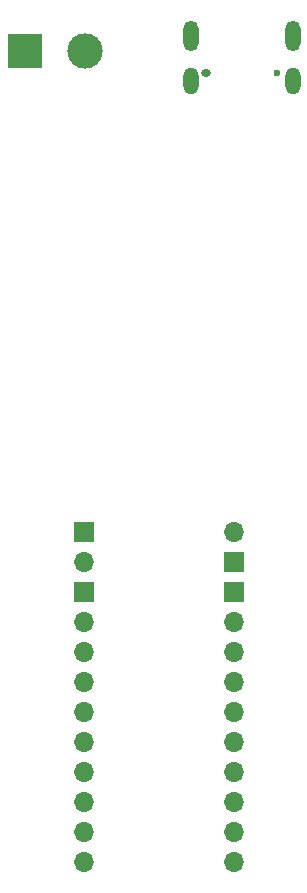
<source format=gbr>
%TF.GenerationSoftware,KiCad,Pcbnew,(6.0.11-0)*%
%TF.CreationDate,2023-10-17T10:34:42+02:00*%
%TF.ProjectId,ZESP32,5a455350-3332-42e6-9b69-6361645f7063,rev?*%
%TF.SameCoordinates,Original*%
%TF.FileFunction,Soldermask,Bot*%
%TF.FilePolarity,Negative*%
%FSLAX46Y46*%
G04 Gerber Fmt 4.6, Leading zero omitted, Abs format (unit mm)*
G04 Created by KiCad (PCBNEW (6.0.11-0)) date 2023-10-17 10:34:42*
%MOMM*%
%LPD*%
G01*
G04 APERTURE LIST*
%ADD10R,1.700000X1.700000*%
%ADD11O,1.700000X1.700000*%
%ADD12O,0.850000X0.600000*%
%ADD13C,0.600000*%
%ADD14O,1.300000X2.300000*%
%ADD15O,1.300000X2.600000*%
%ADD16R,3.000000X3.000000*%
%ADD17C,3.000000*%
G04 APERTURE END LIST*
D10*
%TO.C,J8*%
X91440000Y-88900000D03*
D11*
X91440000Y-91440000D03*
%TD*%
D10*
%TO.C,J3*%
X91440000Y-93980000D03*
D11*
X91440000Y-96520000D03*
X91440000Y-99060000D03*
X91440000Y-101600000D03*
X91440000Y-104140000D03*
X91440000Y-106680000D03*
X91440000Y-109220000D03*
X91440000Y-111760000D03*
X91440000Y-114300000D03*
X91440000Y-116840000D03*
%TD*%
D10*
%TO.C,J7*%
X104140000Y-91440000D03*
D11*
X104140000Y-88900000D03*
%TD*%
D12*
%TO.C,J2*%
X101820800Y-50053200D03*
D13*
X107820800Y-50053200D03*
D14*
X109140800Y-50778200D03*
D15*
X100500800Y-46953200D03*
X109140800Y-46953200D03*
D14*
X100500800Y-50778200D03*
%TD*%
D16*
%TO.C,J1*%
X86482000Y-48239600D03*
D17*
X91562000Y-48239600D03*
%TD*%
D10*
%TO.C,J4*%
X104140000Y-93980000D03*
D11*
X104140000Y-96520000D03*
X104140000Y-99060000D03*
X104140000Y-101600000D03*
X104140000Y-104140000D03*
X104140000Y-106680000D03*
X104140000Y-109220000D03*
X104140000Y-111760000D03*
X104140000Y-114300000D03*
X104140000Y-116840000D03*
%TD*%
M02*

</source>
